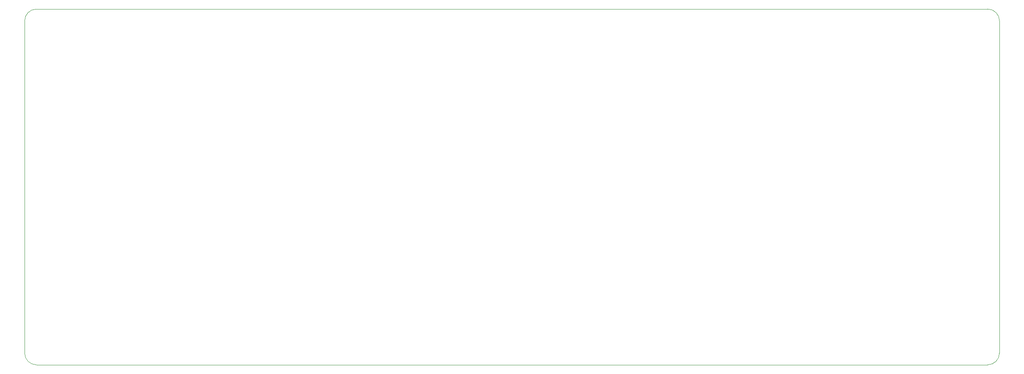
<source format=gbr>
G04 #@! TF.GenerationSoftware,KiCad,Pcbnew,(5.0.0)*
G04 #@! TF.CreationDate,2018-12-16T15:34:37-06:00*
G04 #@! TF.ProjectId,BMS_Hardware,424D535F48617264776172652E6B6963,rev?*
G04 #@! TF.SameCoordinates,Original*
G04 #@! TF.FileFunction,Profile,NP*
%FSLAX46Y46*%
G04 Gerber Fmt 4.6, Leading zero omitted, Abs format (unit mm)*
G04 Created by KiCad (PCBNEW (5.0.0)) date 12/16/18 15:34:37*
%MOMM*%
%LPD*%
G01*
G04 APERTURE LIST*
%ADD10C,0.100000*%
G04 APERTURE END LIST*
D10*
X247904000Y-53086000D02*
G75*
G02X250444000Y-55626000I0J-2540000D01*
G01*
X250444000Y-126746000D02*
G75*
G02X247904000Y-129286000I-2540000J0D01*
G01*
X44704000Y-129286000D02*
G75*
G02X42164000Y-126746000I0J2540000D01*
G01*
X42164000Y-55626000D02*
G75*
G02X44704000Y-53086000I2540000J0D01*
G01*
X250444000Y-55626000D02*
X250444000Y-126746000D01*
X42164000Y-55626000D02*
X42164000Y-126746000D01*
X44704000Y-53086000D02*
X247904000Y-53086000D01*
X44704000Y-129286000D02*
X247904000Y-129286000D01*
M02*

</source>
